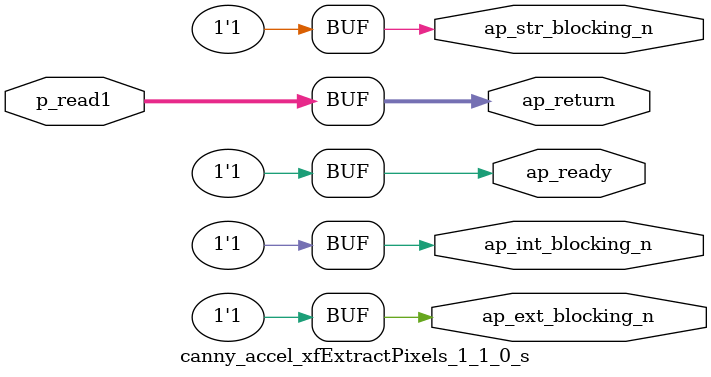
<source format=v>

`timescale 1 ns / 1 ps 

module canny_accel_xfExtractPixels_1_1_0_s (
        ap_ready,
        p_read1,
        ap_return,
        ap_ext_blocking_n,
        ap_str_blocking_n,
        ap_int_blocking_n
);


output   ap_ready;
input  [7:0] p_read1;
output  [7:0] ap_return;
output   ap_ext_blocking_n;
output   ap_str_blocking_n;
output   ap_int_blocking_n;

assign ap_ext_blocking_n = (1'b1 & 1'b1);

assign ap_int_blocking_n = (1'b1 & 1'b1);

assign ap_ready = 1'b1;

assign ap_str_blocking_n = (1'b1 & 1'b1);

assign ap_return = p_read1;

endmodule //canny_accel_xfExtractPixels_1_1_0_s

</source>
